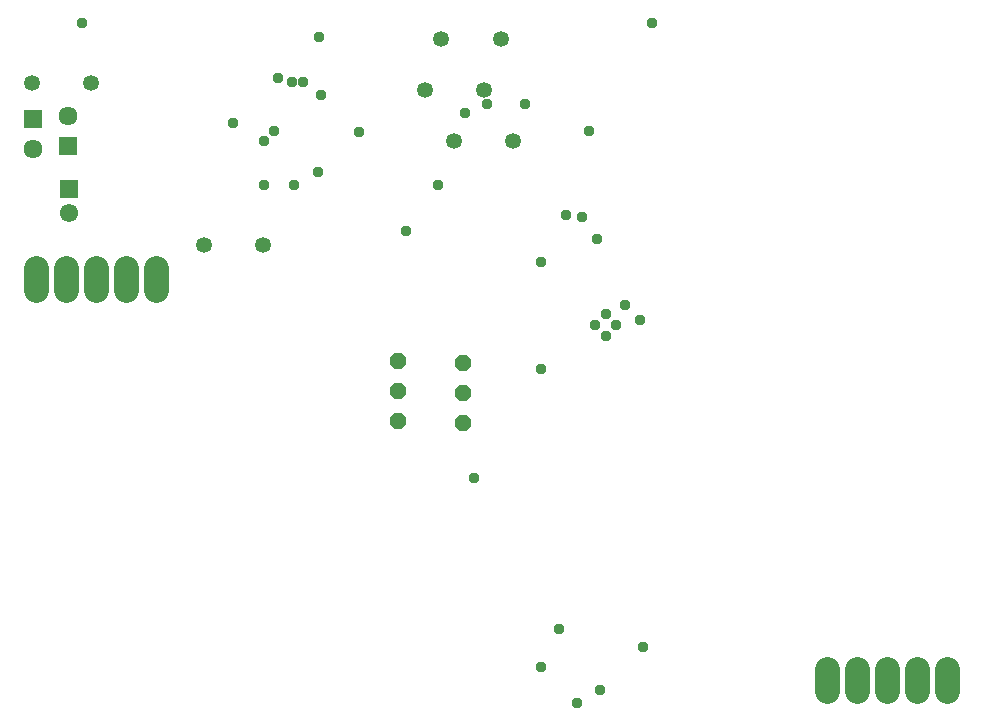
<source format=gbr>
G04 EAGLE Gerber X2 export*
%TF.Part,Single*%
%TF.FileFunction,Soldermask,Bot,1*%
%TF.FilePolarity,Positive*%
%TF.GenerationSoftware,Autodesk,EAGLE,9.2.2*%
%TF.CreationDate,2019-03-16T21:24:14Z*%
G75*
%MOMM*%
%FSLAX34Y34*%
%LPD*%
%INSoldermask Bottom*%
%AMOC8*
5,1,8,0,0,1.08239X$1,22.5*%
G01*
%ADD10C,1.346200*%
%ADD11R,1.553200X1.553200*%
%ADD12C,1.553200*%
%ADD13P,1.527469X8X292.500000*%
%ADD14C,2.082800*%
%ADD15C,1.611200*%
%ADD16R,1.611200X1.611200*%
%ADD17C,0.959600*%


D10*
X221887Y468437D03*
X171887Y468437D03*
D11*
X57395Y515723D03*
D12*
X57395Y495723D03*
D10*
X384099Y557010D03*
X434099Y557010D03*
X408805Y599770D03*
X358805Y599770D03*
X373162Y642869D03*
X423162Y642869D03*
D13*
X336546Y319400D03*
X336546Y344800D03*
X336546Y370200D03*
X391420Y318041D03*
X391420Y343441D03*
X391420Y368841D03*
D14*
X30000Y430602D02*
X30000Y449398D01*
X55400Y449398D02*
X55400Y430602D01*
X80800Y430602D02*
X80800Y449398D01*
X106200Y449398D02*
X106200Y430602D01*
X131600Y430602D02*
X131600Y449398D01*
D15*
X57124Y578046D03*
D16*
X57124Y552646D03*
D15*
X27276Y549871D03*
D16*
X27276Y575271D03*
D10*
X26641Y605575D03*
X76641Y605575D03*
D14*
X700000Y109398D02*
X700000Y90602D01*
X725400Y90602D02*
X725400Y109398D01*
X750800Y109398D02*
X750800Y90602D01*
X776200Y90602D02*
X776200Y109398D01*
X801600Y109398D02*
X801600Y90602D01*
D17*
X487680Y80772D03*
X457200Y111252D03*
X521208Y400812D03*
X512064Y391668D03*
X234696Y609600D03*
X269748Y644652D03*
X457200Y454152D03*
X68580Y656844D03*
X498348Y565404D03*
X472440Y143256D03*
X222504Y519684D03*
X551688Y656844D03*
X544068Y128016D03*
X507492Y91440D03*
X231648Y565404D03*
X222504Y556260D03*
X400812Y271272D03*
X268224Y530352D03*
X512064Y409956D03*
X502920Y400812D03*
X492252Y492252D03*
X457568Y363709D03*
X528828Y417576D03*
X541020Y405384D03*
X303276Y563880D03*
X343558Y480372D03*
X246888Y606552D03*
X504444Y473964D03*
X248412Y519684D03*
X196596Y571500D03*
X478536Y493776D03*
X370332Y519684D03*
X256032Y606552D03*
X411480Y588264D03*
X393210Y580315D03*
X443484Y588264D03*
X271272Y595884D03*
M02*

</source>
